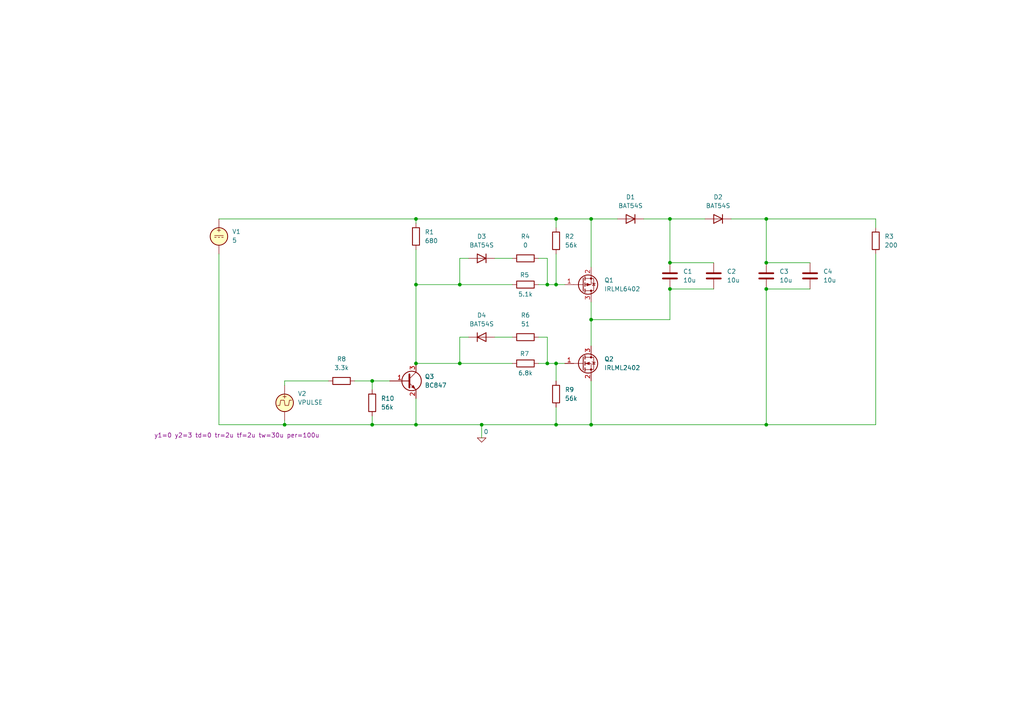
<source format=kicad_sch>
(kicad_sch (version 20231120) (generator "eeschema") (generator_version "8.0")
  (paper "A4")
  (lib_symbols
    (symbol "Device:C" (pin_numbers hide) (pin_names (offset 0.254))
      (property "Reference" "C" (at 0.635 2.54 0))
      (property "Value" "C" (at 0.635 -2.54 0))
      (symbol "C_0_1"
        (polyline (pts (xy -2.032 -0.762) (xy 2.032 -0.762)) (stroke (width 0.508)))
        (polyline (pts (xy -2.032 0.762) (xy 2.032 0.762)) (stroke (width 0.508)))
      )
      (symbol "C_1_1"
        (pin passive line (at 0 3.81 270) (length 2.794) (name "~") (number "1"))
        (pin passive line (at 0 -3.81 90) (length 2.794) (name "~") (number "2"))
      )
    )
    (symbol "Device:D" (pin_numbers hide) (pin_names (offset 1.016) hide)
      (property "Reference" "D" (at 0 2.54 0))
      (property "Value" "D" (at 0 -2.54 0))
      (symbol "D_0_1"
        (polyline (pts (xy -1.27 1.27) (xy -1.27 -1.27)) (stroke (width 0.254)))
        (polyline (pts (xy 1.27 0) (xy -1.27 0)))
        (polyline (pts (xy 1.27 1.27) (xy 1.27 -1.27) (xy -1.27 0) (xy 1.27 1.27)) (stroke (width 0.254)))
      )
      (symbol "D_1_1"
        (pin passive line (at -3.81 0 0) (length 2.54) (name "K") (number "1"))
        (pin passive line (at 3.81 0 180) (length 2.54) (name "A") (number "2"))
      )
    )
    (symbol "Device:R" (pin_numbers hide) (pin_names (offset 0))
      (property "Reference" "R" (at 2.032 0 90))
      (property "Value" "R" (at 0 0 90))
      (symbol "R_0_1"
        (rectangle (start -1.016 -2.54) (end 1.016 2.54) (stroke (width 0.254)))
      )
      (symbol "R_1_1"
        (pin passive line (at 0 3.81 270) (length 1.27) (name "~") (number "1"))
        (pin passive line (at 0 -3.81 90) (length 1.27) (name "~") (number "2"))
      )
    )
    (symbol "Simulation_SPICE:0" (power) (pin_numbers hide) (pin_names (offset 0) hide)
      (property "Value" "0" (at 0 -2.54 0))
      (symbol "0_0_1"
        (polyline (pts (xy -1.27 0) (xy 0 -1.27) (xy 1.27 0) (xy -1.27 0)))
      )
      (symbol "0_1_1"
        (pin power_in line (at 0 0 0) (length 0) (name "~") (number "1"))
      )
    )
    (symbol "Simulation_SPICE:VDC" (pin_numbers hide) (pin_names (offset 0.0254))
      (property "Reference" "V" (at 2.54 2.54 0))
      (property "Value" "1" (at 2.54 0 0))
      (symbol "VDC_0_0"
        (polyline (pts (xy -1.27 0.254) (xy 1.27 0.254)))
        (polyline (pts (xy -0.762 -0.254) (xy -1.27 -0.254)))
        (polyline (pts (xy 0.254 -0.254) (xy -0.254 -0.254)))
        (polyline (pts (xy 1.27 -0.254) (xy 0.762 -0.254)))
        (text "+" (at 0 1.905 0) (effects (font (size 1.27 1.27))))
      )
      (symbol "VDC_0_1"
        (circle (center 0 0) (radius 2.54) (stroke (width 0.254)) (fill (type background)))
      )
      (symbol "VDC_1_1"
        (pin passive line (at 0 5.08 270) (length 2.54) (name "~") (number "1"))
        (pin passive line (at 0 -5.08 90) (length 2.54) (name "~") (number "2"))
      )
    )
    (symbol "Simulation_SPICE:VPULSE" (pin_numbers hide) (pin_names (offset 0.0254))
      (property "Reference" "V" (at 2.54 2.54 0))
      (property "Value" "VPULSE" (at 2.54 0 0))
      (property "Sim.Params" "y1=0 y2=1 td=2n tr=2n tf=2n tw=50n per=100n" (at 2.54 -2.54 0))
      (symbol "VPULSE_0_0"
        (polyline (pts (xy -2.032 -0.762) (xy -1.397 -0.762) (xy -1.143 0.762) (xy -0.127 0.762) (xy 0.127 -0.762) (xy 1.143 -0.762) (xy 1.397 0.762) (xy 2.032 0.762)))
        (text "+" (at 0 1.905 0) (effects (font (size 1.27 1.27))))
      )
      (symbol "VPULSE_0_1"
        (circle (center 0 0) (radius 2.54) (stroke (width 0.254)) (fill (type background)))
      )
      (symbol "VPULSE_1_1"
        (pin passive line (at 0 5.08 270) (length 2.54) (name "~") (number "1"))
        (pin passive line (at 0 -5.08 90) (length 2.54) (name "~") (number "2"))
      )
    )
    (symbol "Transistor_BJT:BC847" (pin_names (offset 0) hide)
      (property "Reference" "Q" (at 5.08 1.905 0))
      (property "Value" "BC847" (at 5.08 0 0))
      (symbol "BC847_0_1"
        (polyline (pts (xy 0.635 0.635) (xy 2.54 2.54)))
        (polyline (pts (xy 0.635 -0.635) (xy 2.54 -2.54) (xy 2.54 -2.54)))
        (polyline (pts (xy 0.635 1.905) (xy 0.635 -1.905) (xy 0.635 -1.905)) (stroke (width 0.508)))
        (polyline (pts (xy 1.27 -1.778) (xy 1.778 -1.27) (xy 2.286 -2.286) (xy 1.27 -1.778) (xy 1.27 -1.778)) (fill (type outline)))
        (circle (center 1.27 0) (radius 2.8194) (stroke (width 0.254)))
      )
      (symbol "BC847_1_1"
        (pin input line (at -5.08 0 0) (length 5.715) (name "B") (number "1"))
        (pin passive line (at 2.54 -5.08 90) (length 2.54) (name "E") (number "2"))
        (pin passive line (at 2.54 5.08 270) (length 2.54) (name "C") (number "3"))
      )
    )
    (symbol "Transistor_FET:IRLML2060" (pin_names hide)
      (property "Reference" "Q" (at 5.08 1.905 0))
      (property "Value" "IRLML2060" (at 5.08 0 0))
      (symbol "IRLML2060_0_1"
        (polyline (pts (xy 0.254 0) (xy -2.54 0)))
        (polyline (pts (xy 0.254 1.905) (xy 0.254 -1.905)) (stroke (width 0.254)))
        (polyline (pts (xy 0.762 -1.27) (xy 0.762 -2.286)) (stroke (width 0.254)))
        (polyline (pts (xy 0.762 0.508) (xy 0.762 -0.508)) (stroke (width 0.254)))
        (polyline (pts (xy 0.762 2.286) (xy 0.762 1.27)) (stroke (width 0.254)))
        (polyline (pts (xy 2.54 2.54) (xy 2.54 1.778)))
        (polyline (pts (xy 2.54 -2.54) (xy 2.54 0) (xy 0.762 0)))
        (polyline (pts (xy 0.762 -1.778) (xy 3.302 -1.778) (xy 3.302 1.778) (xy 0.762 1.778)))
        (polyline (pts (xy 1.016 0) (xy 2.032 0.381) (xy 2.032 -0.381) (xy 1.016 0)) (fill (type outline)))
        (polyline (pts (xy 2.794 0.508) (xy 2.921 0.381) (xy 3.683 0.381) (xy 3.81 0.254)))
        (polyline (pts (xy 3.302 0.381) (xy 2.921 -0.254) (xy 3.683 -0.254) (xy 3.302 0.381)))
        (circle (center 1.651 0) (radius 2.794) (stroke (width 0.254)))
        (circle (center 2.54 -1.778) (radius 0.254) (fill (type outline)))
        (circle (center 2.54 1.778) (radius 0.254) (fill (type outline)))
      )
      (symbol "IRLML2060_1_1"
        (pin input line (at -5.08 0 0) (length 2.54) (name "G") (number "1"))
        (pin passive line (at 2.54 -5.08 90) (length 2.54) (name "S") (number "2"))
        (pin passive line (at 2.54 5.08 270) (length 2.54) (name "D") (number "3"))
      )
    )
    (symbol "Transistor_FET:IRLML6402" (pin_names hide)
      (property "Reference" "Q" (at 5.08 1.905 0))
      (property "Value" "IRLML6402" (at 5.08 0 0))
      (symbol "IRLML6402_0_1"
        (polyline (pts (xy 0.254 0) (xy -2.54 0)))
        (polyline (pts (xy 0.254 1.905) (xy 0.254 -1.905)) (stroke (width 0.254)))
        (polyline (pts (xy 0.762 -1.27) (xy 0.762 -2.286)) (stroke (width 0.254)))
        (polyline (pts (xy 0.762 0.508) (xy 0.762 -0.508)) (stroke (width 0.254)))
        (polyline (pts (xy 0.762 2.286) (xy 0.762 1.27)) (stroke (width 0.254)))
        (polyline (pts (xy 2.54 2.54) (xy 2.54 1.778)))
        (polyline (pts (xy 2.54 -2.54) (xy 2.54 0) (xy 0.762 0)))
        (polyline (pts (xy 0.762 1.778) (xy 3.302 1.778) (xy 3.302 -1.778) (xy 0.762 -1.778)))
        (polyline (pts (xy 2.286 0) (xy 1.27 0.381) (xy 1.27 -0.381) (xy 2.286 0)) (fill (type outline)))
        (polyline (pts (xy 2.794 -0.508) (xy 2.921 -0.381) (xy 3.683 -0.381) (xy 3.81 -0.254)))
        (polyline (pts (xy 3.302 -0.381) (xy 2.921 0.254) (xy 3.683 0.254) (xy 3.302 -0.381)))
        (circle (center 1.651 0) (radius 2.794) (stroke (width 0.254)))
        (circle (center 2.54 -1.778) (radius 0.254) (fill (type outline)))
        (circle (center 2.54 1.778) (radius 0.254) (fill (type outline)))
      )
      (symbol "IRLML6402_1_1"
        (pin input line (at -5.08 0 0) (length 2.54) (name "G") (number "1"))
        (pin passive line (at 2.54 -5.08 90) (length 2.54) (name "S") (number "2"))
        (pin passive line (at 2.54 5.08 270) (length 2.54) (name "D") (number "3"))
      )
    )
  )
  (junction (at 194.31 76.2))
  (junction (at 158.75 82.55))
  (junction (at 120.65 123.19))
  (junction (at 171.45 123.19))
  (junction (at 161.29 82.55))
  (junction (at 161.29 105.41))
  (junction (at 120.65 82.55))
  (junction (at 222.25 83.82))
  (junction (at 222.25 63.5))
  (junction (at 194.31 63.5))
  (junction (at 107.95 123.19))
  (junction (at 120.65 63.5))
  (junction (at 171.45 92.71))
  (junction (at 158.75 105.41))
  (junction (at 139.7 123.19))
  (junction (at 133.35 105.41))
  (junction (at 120.65 105.41))
  (junction (at 161.29 63.5))
  (junction (at 133.35 82.55))
  (junction (at 107.95 110.49))
  (junction (at 82.55 123.19))
  (junction (at 222.25 123.19))
  (junction (at 194.31 83.82))
  (junction (at 161.29 123.19))
  (junction (at 222.25 76.2))
  (junction (at 171.45 63.5))
  (wire (pts (xy 171.45 87.63) (xy 171.45 92.71)))
  (wire (pts (xy 143.51 97.79) (xy 148.59 97.79)))
  (wire (pts (xy 161.29 105.41) (xy 163.83 105.41)))
  (wire (pts (xy 107.95 110.49) (xy 113.03 110.49)))
  (wire (pts (xy 222.25 76.2) (xy 234.95 76.2)))
  (wire (pts (xy 133.35 82.55) (xy 148.59 82.55)))
  (wire (pts (xy 156.21 105.41) (xy 158.75 105.41)))
  (wire (pts (xy 171.45 123.19) (xy 222.25 123.19)))
  (wire (pts (xy 133.35 97.79) (xy 133.35 105.41)))
  (wire (pts (xy 254 66.04) (xy 254 63.5)))
  (wire (pts (xy 143.51 74.93) (xy 148.59 74.93)))
  (wire (pts (xy 120.65 63.5) (xy 120.65 64.77)))
  (wire (pts (xy 63.5 73.66) (xy 63.5 123.19)))
  (wire (pts (xy 158.75 74.93) (xy 158.75 82.55)))
  (wire (pts (xy 158.75 105.41) (xy 161.29 105.41)))
  (wire (pts (xy 156.21 82.55) (xy 158.75 82.55)))
  (wire (pts (xy 120.65 105.41) (xy 133.35 105.41)))
  (wire (pts (xy 207.01 76.2) (xy 194.31 76.2)))
  (wire (pts (xy 222.25 83.82) (xy 234.95 83.82)))
  (wire (pts (xy 102.87 110.49) (xy 107.95 110.49)))
  (wire (pts (xy 95.25 110.49) (xy 82.55 110.49)))
  (wire (pts (xy 161.29 73.66) (xy 161.29 82.55)))
  (wire (pts (xy 133.35 74.93) (xy 133.35 82.55)))
  (wire (pts (xy 156.21 74.93) (xy 158.75 74.93)))
  (wire (pts (xy 120.65 72.39) (xy 120.65 82.55)))
  (wire (pts (xy 171.45 77.47) (xy 171.45 63.5)))
  (wire (pts (xy 120.65 82.55) (xy 133.35 82.55)))
  (wire (pts (xy 107.95 123.19) (xy 120.65 123.19)))
  (wire (pts (xy 107.95 120.65) (xy 107.95 123.19)))
  (wire (pts (xy 133.35 105.41) (xy 148.59 105.41)))
  (wire (pts (xy 158.75 97.79) (xy 158.75 105.41)))
  (wire (pts (xy 63.5 63.5) (xy 120.65 63.5)))
  (wire (pts (xy 82.55 121.92) (xy 82.55 123.19)))
  (wire (pts (xy 120.65 123.19) (xy 139.7 123.19)))
  (wire (pts (xy 158.75 82.55) (xy 161.29 82.55)))
  (wire (pts (xy 161.29 118.11) (xy 161.29 123.19)))
  (wire (pts (xy 207.01 83.82) (xy 194.31 83.82)))
  (wire (pts (xy 63.5 123.19) (xy 82.55 123.19)))
  (wire (pts (xy 194.31 83.82) (xy 194.31 92.71)))
  (wire (pts (xy 254 73.66) (xy 254 123.19)))
  (wire (pts (xy 222.25 83.82) (xy 222.25 123.19)))
  (wire (pts (xy 161.29 82.55) (xy 163.83 82.55)))
  (wire (pts (xy 212.09 63.5) (xy 222.25 63.5)))
  (wire (pts (xy 161.29 66.04) (xy 161.29 63.5)))
  (wire (pts (xy 156.21 97.79) (xy 158.75 97.79)))
  (wire (pts (xy 171.45 63.5) (xy 179.07 63.5)))
  (wire (pts (xy 82.55 110.49) (xy 82.55 111.76)))
  (wire (pts (xy 186.69 63.5) (xy 194.31 63.5)))
  (wire (pts (xy 161.29 110.49) (xy 161.29 105.41)))
  (wire (pts (xy 171.45 92.71) (xy 171.45 100.33)))
  (wire (pts (xy 82.55 123.19) (xy 107.95 123.19)))
  (wire (pts (xy 107.95 113.03) (xy 107.95 110.49)))
  (wire (pts (xy 120.65 63.5) (xy 161.29 63.5)))
  (wire (pts (xy 194.31 92.71) (xy 171.45 92.71)))
  (wire (pts (xy 194.31 63.5) (xy 194.31 76.2)))
  (wire (pts (xy 171.45 110.49) (xy 171.45 123.19)))
  (wire (pts (xy 120.65 115.57) (xy 120.65 123.19)))
  (wire (pts (xy 139.7 123.19) (xy 161.29 123.19)))
  (wire (pts (xy 254 123.19) (xy 222.25 123.19)))
  (wire (pts (xy 194.31 63.5) (xy 204.47 63.5)))
  (wire (pts (xy 254 63.5) (xy 222.25 63.5)))
  (wire (pts (xy 161.29 123.19) (xy 171.45 123.19)))
  (wire (pts (xy 161.29 63.5) (xy 171.45 63.5)))
  (wire (pts (xy 135.89 97.79) (xy 133.35 97.79)))
  (wire (pts (xy 135.89 74.93) (xy 133.35 74.93)))
  (wire (pts (xy 139.7 123.19) (xy 139.7 127)))
  (wire (pts (xy 120.65 82.55) (xy 120.65 105.41)))
  (wire (pts (xy 222.25 63.5) (xy 222.25 76.2)))
  (symbol (lib_id "Simulation_SPICE:0") (at 139.7 127 0) (unit 1)
    (property "Reference" "#GND01" (effects (hide yes)))
    (property "Value" "0" (at 140.97 125.222 0))
    (property "Datasheet" "https://ngspice.sourceforge.io/docs/ngspice-html-manual/manual.xhtml#subsec_Circuit_elements__device" (effects (hide yes)))
    (property "Description" "0V reference potential for simulation" (effects (hide yes)))
  )
  (symbol (lib_id "Device:R") (at 152.4 97.79 90) (unit 1)
    (property "Reference" "R6" (at 152.4 91.44 90))
    (property "Value" "51" (at 152.4 93.98 90))
    (property "Description" "Resistor" (effects (hide yes)))
  )
  (symbol (lib_id "Device:C") (at 222.25 80.01 0) (unit 1)
    (property "Reference" "C3" (at 226.06 78.7399 0) (effects (justify left)))
    (property "Value" "10u" (at 226.06 81.2799 0) (effects (justify left)))
    (property "Description" "Unpolarized capacitor" (effects (hide yes)))
  )
  (symbol (lib_id "Device:R") (at 120.65 68.58 0) (unit 1)
    (property "Reference" "R1" (at 123.19 67.3099 0) (effects (justify left)))
    (property "Value" "680" (at 123.19 69.8499 0) (effects (justify left)))
    (property "Description" "Resistor" (effects (hide yes)))
  )
  (symbol (lib_id "Device:R") (at 152.4 82.55 90) (unit 1)
    (property "Reference" "R5" (at 152.146 79.756 90))
    (property "Value" "5.1k" (at 152.4 85.344 90))
    (property "Description" "Resistor" (effects (hide yes)))
  )
  (symbol (lib_id "Device:D") (at 139.7 97.79 0) (unit 1)
    (property "Reference" "D4" (at 139.7 91.44 0))
    (property "Value" "BAT54S" (at 139.7 93.98 0))
    (property "Description" "Diode" (effects (hide yes)))
    (property "Sim.Device" "D" (effects (hide yes)))
    (property "Sim.Pins" "1=K 2=A" (effects (hide yes)))
    (property "Sim.Library" "models/bat54s.lib" (effects (hide yes)))
    (property "Sim.Name" "BAT54" (effects (hide yes)))
  )
  (symbol (lib_id "Transistor_FET:IRLML6402") (at 168.91 82.55 0) (mirror x) (unit 1)
    (property "Reference" "Q1" (at 175.26 81.2799 0) (effects (justify left)))
    (property "Value" "IRLML6402" (at 175.26 83.8199 0) (effects (justify left)))
    (property "Footprint" "Package_TO_SOT_SMD:SOT-23" (effects (hide yes)))
    (property "Datasheet" "https://www.infineon.com/dgdl/irlml6402pbf.pdf?fileId=5546d462533600a401535668d5c2263c" (effects (hide yes)))
    (property "Description" "-3.7A Id, -20V Vds, 65mOhm Rds, P-Channel HEXFET Power MOSFET, SOT-23" (effects (hide yes)))
    (property "Sim.Device" "PMOS" (effects (hide yes)))
    (property "Sim.Type" "VDMOS" (effects (hide yes)))
    (property "Sim.Pins" "1=G 2=S 3=D" (effects (hide yes)))
    (property "Sim.Library" "models/irlml6402.lib" (effects (hide yes)))
    (property "Sim.Name" "IRLML6402" (effects (hide yes)))
  )
  (symbol (lib_id "Device:R") (at 161.29 69.85 0) (unit 1)
    (property "Reference" "R2" (at 163.83 68.5799 0) (effects (justify left)))
    (property "Value" "56k" (at 163.83 71.1199 0) (effects (justify left)))
    (property "Description" "Resistor" (effects (hide yes)))
  )
  (symbol (lib_id "Device:R") (at 254 69.85 0) (unit 1)
    (property "Reference" "R3" (at 256.54 68.5799 0) (effects (justify left)))
    (property "Value" "200" (at 256.54 71.1199 0) (effects (justify left)))
    (property "Description" "Resistor" (effects (hide yes)))
  )
  (symbol (lib_id "Transistor_FET:IRLML2060") (at 168.91 105.41 0) (unit 1)
    (property "Reference" "Q2" (at 175.26 104.1399 0) (effects (justify left)))
    (property "Value" "IRLML2402" (at 175.26 106.6799 0) (effects (justify left)))
    (property "Footprint" "Package_TO_SOT_SMD:SOT-23" (effects (hide yes)))
    (property "Datasheet" "https://www.infineon.com/dgdl/irlml2060pbf.pdf?fileId=5546d462533600a401535664b7fb25ee" (effects (hide yes)))
    (property "Description" "1.2A Id, 60V Vds, 480mOhm Rds, N-Channel HEXFET Power MOSFET, SOT-23" (effects (hide yes)))
    (property "Sim.Library" "models/irlml2402.lib" (effects (hide yes)))
    (property "Sim.Name" "IRLML2402" (effects (hide yes)))
    (property "Sim.Device" "NMOS" (effects (hide yes)))
    (property "Sim.Type" "VDMOS" (effects (hide yes)))
    (property "Sim.Pins" "1=G 2=S 3=D" (effects (hide yes)))
  )
  (symbol (lib_id "Device:C") (at 234.95 80.01 0) (unit 1)
    (property "Reference" "C4" (at 238.76 78.7399 0) (effects (justify left)))
    (property "Value" "10u" (at 238.76 81.2799 0) (effects (justify left)))
    (property "Description" "Unpolarized capacitor" (effects (hide yes)))
  )
  (symbol (lib_id "Device:R") (at 161.29 114.3 0) (unit 1)
    (property "Reference" "R9" (at 163.83 113.0299 0) (effects (justify left)))
    (property "Value" "56k" (at 163.83 115.5699 0) (effects (justify left)))
    (property "Description" "Resistor" (effects (hide yes)))
  )
  (symbol (lib_id "Device:R") (at 152.4 74.93 90) (unit 1)
    (property "Reference" "R4" (at 152.4 68.58 90))
    (property "Value" "0" (at 152.4 71.12 90))
    (property "Description" "Resistor" (effects (hide yes)))
  )
  (symbol (lib_id "Device:R") (at 152.4 105.41 90) (unit 1)
    (property "Reference" "R7" (at 152.146 102.616 90))
    (property "Value" "6.8k" (at 152.4 108.204 90))
    (property "Description" "Resistor" (effects (hide yes)))
  )
  (symbol (lib_id "Simulation_SPICE:VPULSE") (at 82.55 116.84 0) (unit 1)
    (property "Reference" "V2" (at 86.36 114.1701 0) (effects (justify left)))
    (property "Value" "VPULSE" (at 86.36 116.7101 0) (effects (justify left)))
    (property "Datasheet" "https://ngspice.sourceforge.io/docs/ngspice-html-manual/manual.xhtml#sec_Independent_Sources_for" (effects (hide yes)))
    (property "Description" "Voltage source, pulse" (effects (hide yes)))
    (property "Sim.Pins" "1=+ 2=-" (effects (hide yes)))
    (property "Sim.Type" "PULSE" (effects (hide yes)))
    (property "Sim.Device" "V" (effects (hide yes)))
    (property "Sim.Params" "y1=0 y2=3 td=0 tr=2u tf=2u tw=30u per=100u" (at 44.704 126.238 0) (effects (justify left)))
  )
  (symbol (lib_id "Device:R") (at 107.95 116.84 0) (unit 1)
    (property "Reference" "R10" (at 110.49 115.5699 0) (effects (justify left)))
    (property "Value" "56k" (at 110.49 118.1099 0) (effects (justify left)))
    (property "Description" "Resistor" (effects (hide yes)))
  )
  (symbol (lib_id "Device:D") (at 139.7 74.93 180) (unit 1)
    (property "Reference" "D3" (at 139.7 68.58 0))
    (property "Value" "BAT54S" (at 139.7 71.12 0))
    (property "Description" "Diode" (effects (hide yes)))
    (property "Sim.Device" "D" (effects (hide yes)))
    (property "Sim.Pins" "1=K 2=A" (effects (hide yes)))
    (property "Sim.Library" "models/bat54s.lib" (effects (hide yes)))
    (property "Sim.Name" "BAT54" (effects (hide yes)))
  )
  (symbol (lib_id "Device:D") (at 182.88 63.5 180) (unit 1)
    (property "Reference" "D1" (at 182.88 57.15 0))
    (property "Value" "BAT54S" (at 182.88 59.69 0))
    (property "Description" "Diode" (effects (hide yes)))
    (property "Sim.Device" "D" (effects (hide yes)))
    (property "Sim.Pins" "1=K 2=A" (effects (hide yes)))
    (property "Sim.Library" "models/bat54s.lib" (effects (hide yes)))
    (property "Sim.Name" "BAT54" (effects (hide yes)))
  )
  (symbol (lib_id "Device:R") (at 99.06 110.49 90) (unit 1)
    (property "Reference" "R8" (at 99.06 104.14 90))
    (property "Value" "3.3k" (at 99.06 106.68 90))
    (property "Description" "Resistor" (effects (hide yes)))
  )
  (symbol (lib_id "Device:D") (at 208.28 63.5 180) (unit 1)
    (property "Reference" "D2" (at 208.28 57.15 0))
    (property "Value" "BAT54S" (at 208.28 59.69 0))
    (property "Description" "Diode" (effects (hide yes)))
    (property "Sim.Device" "D" (effects (hide yes)))
    (property "Sim.Pins" "1=K 2=A" (effects (hide yes)))
    (property "Sim.Library" "models/bat54s.lib" (effects (hide yes)))
    (property "Sim.Name" "BAT54" (effects (hide yes)))
  )
  (symbol (lib_id "Simulation_SPICE:VDC") (at 63.5 68.58 0) (unit 1)
    (property "Reference" "V1" (at 67.31 67.1801 0) (effects (justify left)))
    (property "Value" "5" (at 67.31 69.7201 0) (effects (justify left)))
    (property "Datasheet" "https://ngspice.sourceforge.io/docs/ngspice-html-manual/manual.xhtml#sec_Independent_Sources_for" (effects (hide yes)))
    (property "Description" "Voltage source, DC" (effects (hide yes)))
    (property "Sim.Pins" "1=+ 2=-" (effects (hide yes)))
    (property "Sim.Type" "DC" (effects (hide yes)))
    (property "Sim.Device" "V" (effects (hide yes)))
  )
  (symbol (lib_id "Device:C") (at 207.01 80.01 0) (unit 1)
    (property "Reference" "C2" (at 210.82 78.7399 0) (effects (justify left)))
    (property "Value" "10u" (at 210.82 81.2799 0) (effects (justify left)))
    (property "Description" "Unpolarized capacitor" (effects (hide yes)))
  )
  (symbol (lib_id "Device:C") (at 194.31 80.01 0) (unit 1)
    (property "Reference" "C1" (at 198.12 78.7399 0) (effects (justify left)))
    (property "Value" "10u" (at 198.12 81.2799 0) (effects (justify left)))
    (property "Description" "Unpolarized capacitor" (effects (hide yes)))
  )
  (symbol (lib_id "Transistor_BJT:BC847") (at 118.11 110.49 0) (unit 1)
    (property "Reference" "Q3" (at 123.19 109.2199 0) (effects (justify left)))
    (property "Value" "BC847" (at 123.19 111.7599 0) (effects (justify left)))
    (property "Footprint" "Package_TO_SOT_SMD:SOT-23" (effects (hide yes)))
    (property "Datasheet" "http://www.infineon.com/dgdl/Infineon-BC847SERIES_BC848SERIES_BC849SERIES_BC850SERIES-DS-v01_01-en.pdf?fileId=db3a304314dca389011541d4630a1657" (effects (hide yes)))
    (property "Description" "0.1A Ic, 45V Vce, NPN Transistor, SOT-23" (effects (hide yes)))
    (property "Sim.Library" "models/bc847b.lib" (effects (hide yes)))
    (property "Sim.Name" "BC847B" (effects (hide yes)))
    (property "Sim.Device" "NPN" (effects (hide yes)))
    (property "Sim.Type" "GUMMELPOON" (effects (hide yes)))
    (property "Sim.Pins" "1=B 2=E 3=C" (effects (hide yes)))
  )
)
</source>
